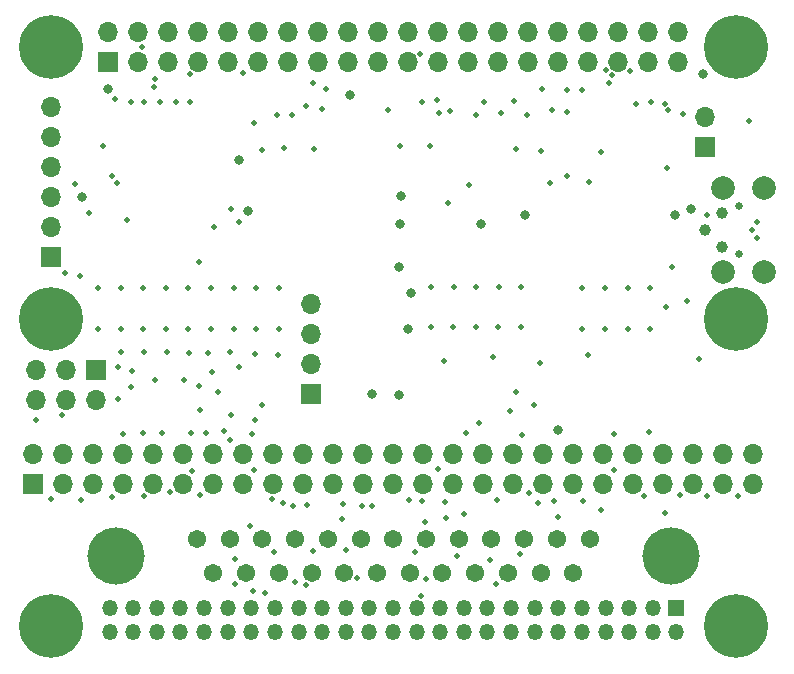
<source format=gbr>
%TF.GenerationSoftware,KiCad,Pcbnew,(6.0.5-0)*%
%TF.CreationDate,2023-01-29T19:07:15-06:00*%
%TF.ProjectId,piscsi,70697363-7369-42e6-9b69-6361645f7063,rev?*%
%TF.SameCoordinates,PX59d60c0PY325aa00*%
%TF.FileFunction,Soldermask,Bot*%
%TF.FilePolarity,Negative*%
%FSLAX46Y46*%
G04 Gerber Fmt 4.6, Leading zero omitted, Abs format (unit mm)*
G04 Created by KiCad (PCBNEW (6.0.5-0)) date 2023-01-29 19:07:15*
%MOMM*%
%LPD*%
G01*
G04 APERTURE LIST*
%ADD10C,0.800000*%
%ADD11C,5.400000*%
%ADD12R,1.700000X1.700000*%
%ADD13O,1.700000X1.700000*%
%ADD14C,1.545000*%
%ADD15C,4.845000*%
%ADD16C,0.650000*%
%ADD17C,2.000000*%
%ADD18R,1.350000X1.350000*%
%ADD19O,1.350000X1.350000*%
%ADD20C,1.000000*%
%ADD21C,0.500000*%
G04 APERTURE END LIST*
D10*
%TO.C,H1*%
X85231891Y8231891D03*
X83800000Y8825000D03*
X83800000Y4775000D03*
X81775000Y6800000D03*
X85825000Y6800000D03*
X85231891Y5368109D03*
X82368109Y8231891D03*
X82368109Y5368109D03*
D11*
X83800000Y6800000D03*
%TD*%
D10*
%TO.C,H3*%
X81775000Y-16200000D03*
D11*
X83800000Y-16200000D03*
D10*
X82368109Y-17631891D03*
X85231891Y-17631891D03*
X83800000Y-18225000D03*
X82368109Y-14768109D03*
X83800000Y-14175000D03*
X85231891Y-14768109D03*
X85825000Y-16200000D03*
%TD*%
%TO.C,H5*%
X85231891Y-43631891D03*
X85825000Y-42200000D03*
X82368109Y-40768109D03*
D11*
X83800000Y-42200000D03*
D10*
X83800000Y-44225000D03*
X83800000Y-40175000D03*
X82368109Y-43631891D03*
X85231891Y-40768109D03*
X81775000Y-42200000D03*
%TD*%
D12*
%TO.C,J4*%
X83810000Y-10980000D03*
D13*
X83810000Y-8440000D03*
X83810000Y-5900000D03*
X83810000Y-3360000D03*
X83810000Y-820000D03*
X83810000Y1720000D03*
%TD*%
D10*
%TO.C,H4*%
X141800000Y-18225000D03*
X143231891Y-17631891D03*
D11*
X141800000Y-16200000D03*
D10*
X143825000Y-16200000D03*
X140368109Y-14768109D03*
X139775000Y-16200000D03*
X140368109Y-17631891D03*
X143231891Y-14768109D03*
X141800000Y-14175000D03*
%TD*%
%TO.C,H6*%
X141800000Y-44225000D03*
X140368109Y-40768109D03*
X141800000Y-40175000D03*
X143231891Y-40768109D03*
X143231891Y-43631891D03*
D11*
X141800000Y-42200000D03*
D10*
X140368109Y-43631891D03*
X143825000Y-42200000D03*
X139775000Y-42200000D03*
%TD*%
%TO.C,H2*%
X143231891Y5368109D03*
X140368109Y8231891D03*
D11*
X141800000Y6800000D03*
D10*
X140368109Y5368109D03*
X141800000Y4775000D03*
X143825000Y6800000D03*
X143231891Y8231891D03*
X141800000Y8825000D03*
X139775000Y6800000D03*
%TD*%
D14*
%TO.C,J6*%
X129421600Y-34830000D03*
X126651600Y-34830000D03*
X123881600Y-34830000D03*
X121111600Y-34830000D03*
X118341600Y-34830000D03*
X115571600Y-34830000D03*
X112801600Y-34830000D03*
X110031600Y-34830000D03*
X107261600Y-34830000D03*
X104491600Y-34830000D03*
X101721600Y-34830000D03*
X98951600Y-34830000D03*
X96181600Y-34830000D03*
X128036600Y-37670000D03*
X125266600Y-37670000D03*
X122496600Y-37670000D03*
X119726600Y-37670000D03*
X116956600Y-37670000D03*
X114186600Y-37670000D03*
X111416600Y-37670000D03*
X108646600Y-37670000D03*
X105876600Y-37670000D03*
X103106600Y-37670000D03*
X100336600Y-37670000D03*
X97566600Y-37670000D03*
D15*
X89281600Y-36250000D03*
X136321600Y-36250000D03*
%TD*%
D16*
%TO.C,J8*%
X142025000Y-10660000D03*
X142025000Y-6660000D03*
D17*
X144155000Y-12235000D03*
X144155000Y-5085000D03*
X140705000Y-5085000D03*
X140705000Y-12235000D03*
%TD*%
D12*
%TO.C,J3*%
X82266500Y-30194500D03*
D13*
X82266500Y-27654500D03*
X84806500Y-30194500D03*
X84806500Y-27654500D03*
X87346500Y-30194500D03*
X87346500Y-27654500D03*
X89886500Y-30194500D03*
X89886500Y-27654500D03*
X92426500Y-30194500D03*
X92426500Y-27654500D03*
X94966500Y-30194500D03*
X94966500Y-27654500D03*
X97506500Y-30194500D03*
X97506500Y-27654500D03*
X100046500Y-30194500D03*
X100046500Y-27654500D03*
X102586500Y-30194500D03*
X102586500Y-27654500D03*
X105126500Y-30194500D03*
X105126500Y-27654500D03*
X107666500Y-30194500D03*
X107666500Y-27654500D03*
X110206500Y-30194500D03*
X110206500Y-27654500D03*
X112746500Y-30194500D03*
X112746500Y-27654500D03*
X115286500Y-30194500D03*
X115286500Y-27654500D03*
X117826500Y-30194500D03*
X117826500Y-27654500D03*
X120366500Y-30194500D03*
X120366500Y-27654500D03*
X122906500Y-30194500D03*
X122906500Y-27654500D03*
X125446500Y-30194500D03*
X125446500Y-27654500D03*
X127986500Y-30194500D03*
X127986500Y-27654500D03*
X130526500Y-30194500D03*
X130526500Y-27654500D03*
X133066500Y-30194500D03*
X133066500Y-27654500D03*
X135606500Y-30194500D03*
X135606500Y-27654500D03*
X138146500Y-30194500D03*
X138146500Y-27654500D03*
X140686500Y-30194500D03*
X140686500Y-27654500D03*
X143226500Y-30194500D03*
X143226500Y-27654500D03*
%TD*%
D18*
%TO.C,J9*%
X136772000Y-40688000D03*
D19*
X136772000Y-42688000D03*
X134772000Y-40688000D03*
X134772000Y-42688000D03*
X132772000Y-40688000D03*
X132772000Y-42688000D03*
X130772000Y-40688000D03*
X130772000Y-42688000D03*
X128772000Y-40688000D03*
X128772000Y-42688000D03*
X126772000Y-40688000D03*
X126772000Y-42688000D03*
X124772000Y-40688000D03*
X124772000Y-42688000D03*
X122772000Y-40688000D03*
X122772000Y-42688000D03*
X120772000Y-40688000D03*
X120772000Y-42688000D03*
X118772000Y-40688000D03*
X118772000Y-42688000D03*
X116772000Y-40688000D03*
X116772000Y-42688000D03*
X114772000Y-40688000D03*
X114772000Y-42688000D03*
X112772000Y-40688000D03*
X112772000Y-42688000D03*
X110772000Y-40688000D03*
X110772000Y-42688000D03*
X108772000Y-40688000D03*
X108772000Y-42688000D03*
X106772000Y-40688000D03*
X106772000Y-42688000D03*
X104772000Y-40688000D03*
X104772000Y-42688000D03*
X102772000Y-40688000D03*
X102772000Y-42688000D03*
X100772000Y-40688000D03*
X100772000Y-42688000D03*
X98772000Y-40688000D03*
X98772000Y-42688000D03*
X96772000Y-40688000D03*
X96772000Y-42688000D03*
X94772000Y-40688000D03*
X94772000Y-42688000D03*
X92772000Y-40688000D03*
X92772000Y-42688000D03*
X90772000Y-40688000D03*
X90772000Y-42688000D03*
X88772000Y-40688000D03*
X88772000Y-42688000D03*
%TD*%
D12*
%TO.C,J5*%
X87610000Y-20500000D03*
D13*
X87610000Y-23040000D03*
X85070000Y-20500000D03*
X85070000Y-23040000D03*
X82530000Y-20500000D03*
X82530000Y-23040000D03*
%TD*%
D12*
%TO.C,J20*%
X105870000Y-22580000D03*
D13*
X105870000Y-20040000D03*
X105870000Y-17500000D03*
X105870000Y-14960000D03*
%TD*%
D12*
%TO.C,J1*%
X88670000Y5530000D03*
D13*
X88670000Y8070000D03*
X91210000Y5530000D03*
X91210000Y8070000D03*
X93750000Y5530000D03*
X93750000Y8070000D03*
X96290000Y5530000D03*
X96290000Y8070000D03*
X98830000Y5530000D03*
X98830000Y8070000D03*
X101370000Y5530000D03*
X101370000Y8070000D03*
X103910000Y5530000D03*
X103910000Y8070000D03*
X106450000Y5530000D03*
X106450000Y8070000D03*
X108990000Y5530000D03*
X108990000Y8070000D03*
X111530000Y5530000D03*
X111530000Y8070000D03*
X114070000Y5530000D03*
X114070000Y8070000D03*
X116610000Y5530000D03*
X116610000Y8070000D03*
X119150000Y5530000D03*
X119150000Y8070000D03*
X121690000Y5530000D03*
X121690000Y8070000D03*
X124230000Y5530000D03*
X124230000Y8070000D03*
X126770000Y5530000D03*
X126770000Y8070000D03*
X129310000Y5530000D03*
X129310000Y8070000D03*
X131850000Y5530000D03*
X131850000Y8070000D03*
X134390000Y5530000D03*
X134390000Y8070000D03*
X136930000Y5530000D03*
X136930000Y8070000D03*
%TD*%
D12*
%TO.C,J2*%
X139226000Y-1683000D03*
D13*
X139226000Y857000D03*
%TD*%
D20*
%TO.C,TP2*%
X139150000Y-8680000D03*
%TD*%
%TO.C,TP3*%
X140650000Y-10110000D03*
%TD*%
%TO.C,TP1*%
X140650000Y-7250000D03*
%TD*%
D21*
X93190000Y-25820000D03*
X139377000Y-7383000D03*
X100990000Y380000D03*
X137680000Y-14650000D03*
X90210000Y-7800000D03*
X91580000Y-25840000D03*
X131510000Y-25960000D03*
X103000000Y-19270000D03*
X106079000Y-1810000D03*
X89910000Y-25950000D03*
X125330000Y-2000000D03*
X115899999Y-1570001D03*
X96943500Y-25863543D03*
X103539000Y-1746500D03*
X123159259Y-22348500D03*
X101100000Y-19170000D03*
X91660000Y-18990000D03*
D10*
X126750000Y-25640000D03*
D21*
X95640000Y-25870000D03*
X89740000Y-19040000D03*
X98440000Y-25710000D03*
X97620000Y-8440000D03*
D10*
X120234902Y-8196500D03*
D21*
X97150000Y-19070000D03*
X88258000Y-1572000D03*
X135923500Y-15191377D03*
X130422000Y-2080000D03*
X123220000Y-1780000D03*
X93620000Y-19030000D03*
X142910000Y600000D03*
X134470000Y-25740000D03*
X84963500Y-12347757D03*
X113379999Y-1570001D03*
X100820000Y-25900000D03*
X99700000Y-8010000D03*
X101710000Y-1930000D03*
X129406000Y-4620000D03*
X96340000Y-11340000D03*
X123732000Y-26003500D03*
D10*
X139030000Y4550000D03*
D21*
X99000000Y-19040000D03*
X95510000Y-19050000D03*
X89243314Y2464011D03*
D10*
X88616500Y3270000D03*
X136650000Y-7420000D03*
X109120000Y2800000D03*
X123910000Y-7420000D03*
X100530000Y-7040000D03*
X99750000Y-2750000D03*
D21*
X136400000Y-11780000D03*
D10*
X113480000Y-5790000D03*
X138042000Y-6906000D03*
X113320000Y-22680000D03*
X110980000Y-22580000D03*
X113310000Y-11780000D03*
X86480000Y-5890000D03*
X113390000Y-8170000D03*
D21*
X95770000Y-29100000D03*
X130419308Y-32414713D03*
X122661021Y-23991021D03*
X139350000Y-31150000D03*
X96390000Y-23880000D03*
X118954890Y-25824890D03*
X128817950Y-31630159D03*
X133993502Y-31150000D03*
X117187010Y-31684832D03*
X124267635Y-30901010D03*
X105394338Y-38713449D03*
X115588434Y-38215548D03*
X125240000Y-19890000D03*
X117100000Y-19770000D03*
X100909837Y-39247077D03*
X135828947Y-32665648D03*
X115235886Y-31652762D03*
X115182000Y-39662031D03*
X121540000Y-31560000D03*
X131502655Y-28977345D03*
X121532000Y-38656000D03*
X99434000Y-38656000D03*
X106038000Y-35862000D03*
X126730000Y-32950000D03*
X118812489Y-32689064D03*
X129270000Y-19290000D03*
X104490326Y-38501086D03*
X121279324Y-19422452D03*
X100644714Y-33758047D03*
X111018510Y-31996010D03*
X109713077Y-38111020D03*
X82530000Y-24780000D03*
X101060000Y-24780000D03*
X83780000Y-31480000D03*
X110120000Y-31996010D03*
X123564000Y-36116000D03*
X99030000Y-24303500D03*
X84744361Y-24303500D03*
X121024000Y-36624000D03*
X108521033Y-31856657D03*
X86370000Y-31530000D03*
X118230000Y-36256511D03*
X89002424Y-31302989D03*
X89490000Y-22980000D03*
X105519686Y-31957742D03*
X97988500Y-22390000D03*
X90561500Y-21985885D03*
X96320000Y-21910000D03*
X117243766Y-33076963D03*
X91693529Y-31178968D03*
X104280000Y-32052000D03*
X103498000Y-31750000D03*
X114608688Y-35948588D03*
X93930504Y-30851957D03*
X114166000Y-31544000D03*
X92600000Y-21370000D03*
X102510000Y-31434946D03*
X96408551Y-31108553D03*
X95050000Y-21380000D03*
X108431070Y-33137679D03*
X90680000Y-20640000D03*
X100973502Y-29027449D03*
X97420000Y-20720000D03*
X108752442Y-35782442D03*
X99431263Y-36493836D03*
X99770000Y-20270000D03*
X89470000Y-20300000D03*
X101686769Y-23478251D03*
X125036247Y-31748511D03*
X142000000Y-31220000D03*
X98960000Y-26450000D03*
X124670000Y-23510000D03*
X120030000Y-24990000D03*
X137054940Y-31121502D03*
X126371042Y-31585360D03*
X101974000Y-39418000D03*
X116610000Y-28880000D03*
X115479033Y-33403489D03*
X102686051Y-35947053D03*
X90611321Y2164500D03*
X92606010Y4116010D03*
X100071557Y4632242D03*
X91728000Y2127000D03*
X92557577Y3472237D03*
X130785361Y4920000D03*
X93051254Y2164500D03*
X94400000Y2140000D03*
X95583143Y2164500D03*
X95579021Y4529977D03*
X102980000Y1110000D03*
X115088942Y6212691D03*
X104230000Y1090000D03*
X105382522Y1860825D03*
X106795066Y1541500D03*
X117596707Y1388500D03*
X132847721Y4815780D03*
X128748500Y3194737D03*
X112370000Y1520000D03*
X120493500Y2127000D03*
X121904492Y1236649D03*
X125375797Y3229285D03*
X107080000Y3280000D03*
X122990000Y2220000D03*
X133387496Y2003496D03*
X134654000Y2127000D03*
X135777207Y2019438D03*
X136064293Y1462010D03*
X105960000Y3740000D03*
X131340387Y4413823D03*
X91550000Y6850000D03*
X130715000Y-17010000D03*
X93537500Y-17010000D03*
X123600000Y-16890000D03*
X101187500Y-17010000D03*
X128802500Y-17010000D03*
X115950000Y-16890000D03*
X117862500Y-16890000D03*
X89712500Y-17010000D03*
X121687500Y-16890000D03*
X99275000Y-17010000D03*
X97362500Y-17010000D03*
D10*
X114073500Y-17010000D03*
D21*
X91625000Y-17010000D03*
X95450000Y-17010000D03*
X103100000Y-17010000D03*
X87800000Y-17010000D03*
X132627500Y-17010000D03*
X134540000Y-17010000D03*
X119775000Y-16890000D03*
D10*
X114300000Y-13970000D03*
D21*
X91625000Y-13560000D03*
X95450000Y-13560000D03*
X99275000Y-13560000D03*
X101187500Y-13560000D03*
X87800000Y-13560000D03*
X97362500Y-13560000D03*
X121730000Y-13490000D03*
X134540000Y-13560000D03*
X115990000Y-13490000D03*
X103100000Y-13560000D03*
X130715000Y-13560000D03*
X117910000Y-13490000D03*
X123640000Y-13490000D03*
X89712500Y-13560000D03*
X119815000Y-13490000D03*
X93537500Y-13560000D03*
X128802500Y-13560000D03*
X132627500Y-13560000D03*
X137340000Y1120000D03*
X131077665Y3803316D03*
X127480000Y3194936D03*
X124093367Y1052134D03*
X116500000Y2300000D03*
X87031937Y-7191937D03*
X117452806Y-6416500D03*
X115190000Y2200000D03*
X116650000Y1260000D03*
X99070000Y-6860000D03*
X89000000Y-4060000D03*
X127490000Y1340000D03*
X127490000Y-4120000D03*
X126230000Y1480000D03*
X89443897Y-4723228D03*
X86291500Y-12552367D03*
X126030000Y-4700000D03*
X85850000Y-4790000D03*
X119200000Y-4891500D03*
X119790000Y1074500D03*
X143577990Y-8020000D03*
X143201287Y-8646949D03*
X143577990Y-9320000D03*
X138670000Y-19600000D03*
X135983368Y-3393368D03*
M02*

</source>
